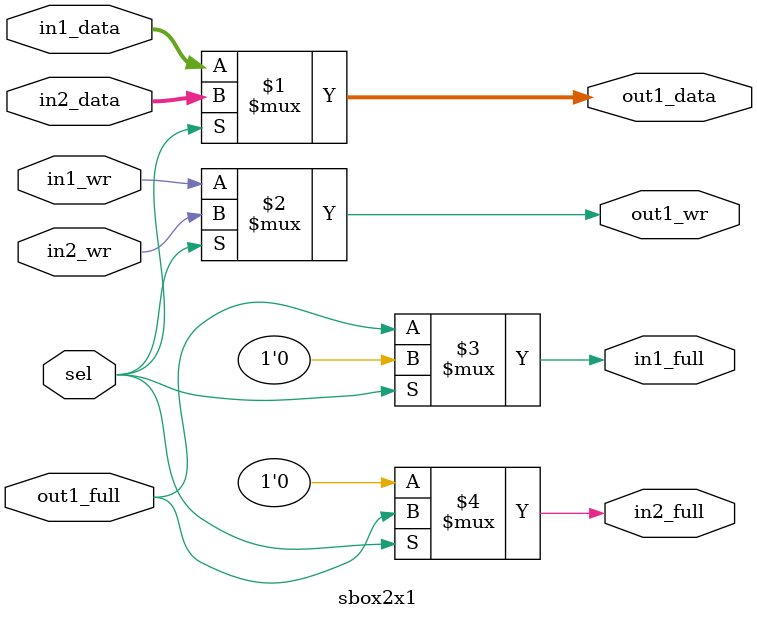
<source format=v>

module sbox2x1 #(
	parameter SIZE = 32
)(
	output [SIZE-1 : 0] out1_data,
	output out1_wr,
	input out1_full,
	input [SIZE-1 : 0] in1_data,
	input [SIZE-1 : 0] in2_data,
	input in1_wr,
	input in2_wr,
	output in1_full,
	output in2_full,
	input sel
);


assign out1_data = sel ? in2_data : in1_data;
assign out1_wr = sel ? in2_wr : in1_wr;
assign in1_full = sel ? {1{1'b0}} : out1_full;
assign in2_full = sel ? out1_full : {1{1'b0}};

endmodule

</source>
